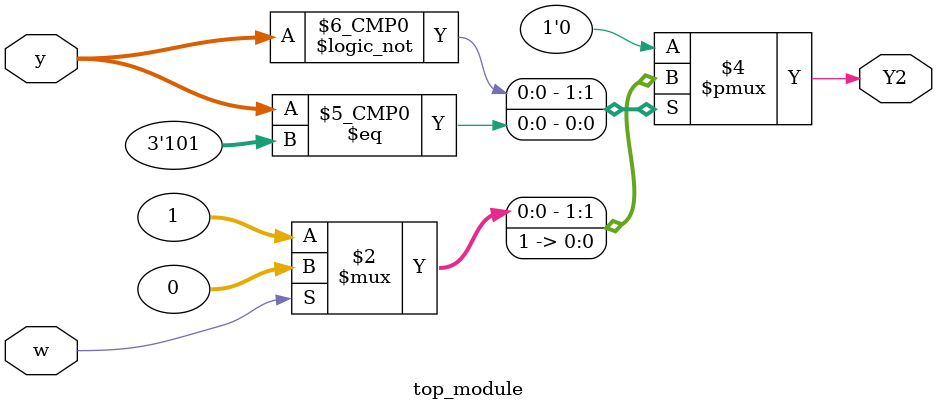
<source format=sv>
module top_module(
    input [3:1] y,
    input w,
    output reg Y2);

    always @(*) begin
        case (y)
            // Next state logic for Y2
            3'b000: Y2 = (w) ? 0 : 1;
            3'b001: Y2 = 0;
            3'b010: Y2 = 0;
            3'b011: Y2 = 0;
            3'b100: Y2 = 0;
            3'b101: Y2 = 1;
            default: Y2 = 0;
        endcase
    end

endmodule

</source>
